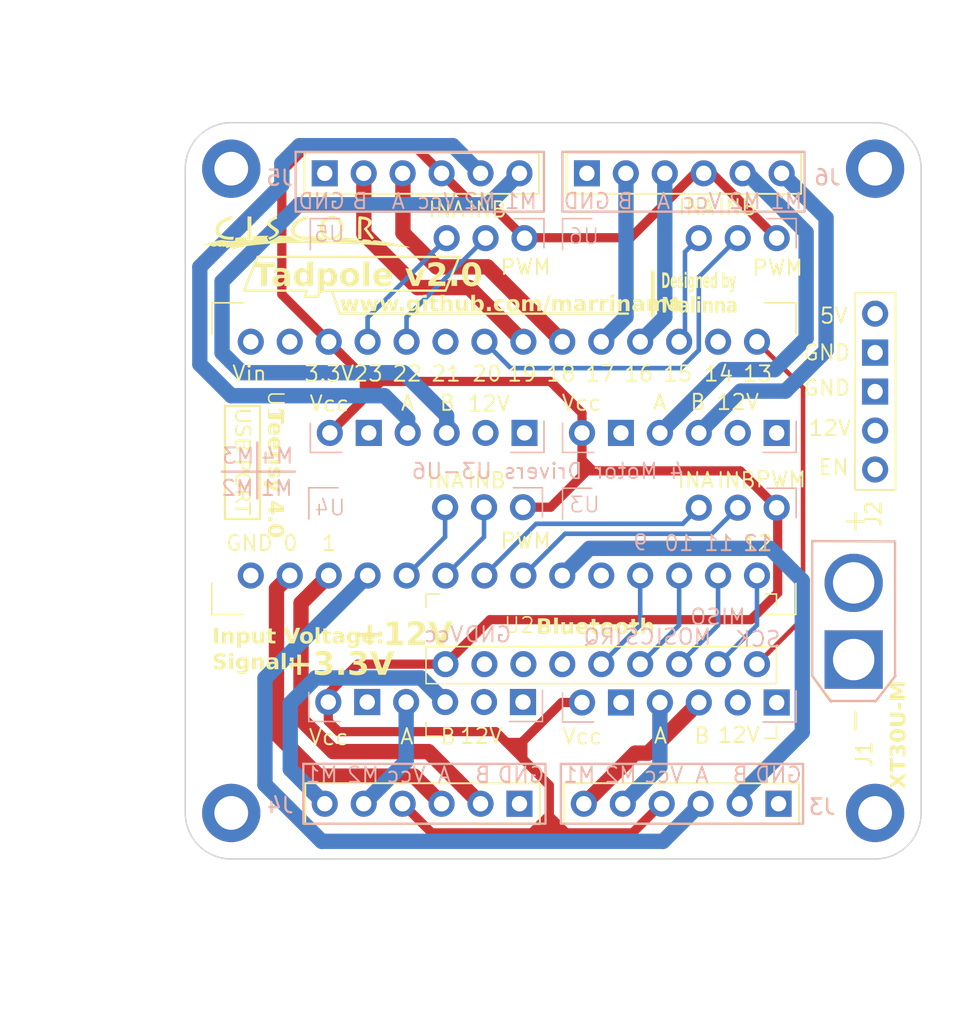
<source format=kicad_pcb>
(kicad_pcb (version 20221018) (generator pcbnew)
  (layers (0 "F.Cu" signal) (1 "In1.Cu" power "PWR") (2 "In2.Cu" power "GND") (31 "B.Cu" signal) (34 "B.Paste" user) (35 "F.Paste" user) (36 "B.SilkS" user "B.Silkscreen") (37 "F.SilkS" user "F.Silkscreen") (38 "B.Mask" user) (39 "F.Mask" user) (44 "Edge.Cuts" user))
  (net 0 "")
  (net 1 "+5V")
  (net 2 "GND")
  (net 3 "/EN")
  (net 4 "+12V")
  (net 5 "Net-(U4-INA)")
  (net 6 "Net-(U4-INB)")
  (net 7 "Net-(U3-INA)")
  (net 8 "Net-(U3-INB)")
  (net 10 "Net-(U2-IRQ)")
  (net 11 "Net-(U2-CS)")
  (net 12 "Net-(U2-MOSI)")
  (net 13 "Net-(U2-MISO)")
  (net 14 "Net-(U2-SCK)")
  (net 17 "Net-(U6-INB)")
  (net 18 "Net-(U6-INA)")
  (net 19 "Net-(U5-INB)")
  (net 20 "Net-(U5-INA)")
  (net 24 "Net-(J5-Pin_5)")
  (net 25 "Net-(J5-Pin_4)")
  (net 26 "Net-(J5-Pin_2)")
  (net 27 "Net-(J5-Pin_1)")
  (net 28 "Net-(J3-Pin_1)")
  (net 29 "Net-(J3-Pin_2)")
  (net 30 "Net-(J3-Pin_4)")
  (net 31 "Net-(J3-Pin_5)")
  (net 32 "Net-(J4-Pin_1)")
  (net 33 "Net-(J4-Pin_2)")
  (net 34 "Net-(J4-Pin_4)")
  (net 35 "Net-(J4-Pin_5)")
  (net 36 "Net-(J6-Pin_5)")
  (net 37 "Net-(J6-Pin_4)")
  (net 38 "Net-(J6-Pin_2)")
  (net 39 "Net-(J6-Pin_1)")
  (net 40 "Net-(J3-Pin_3)")
  (footprint "MountingHole:MountingHole_2.2mm_M2_DIN965_Pad" (layer "F.Cu") (at 114 120)
    (fp_text reference "H3" hide)
    (fp_text value "MountingHole")
    (pad "1" thru_hole circle (at 0 0) (size 3.8 3.8) (drill 2.2) (layers "*.Cu" "*.Mask"))
  )
  (footprint "Library:PinHeader_1x06_P2.54mm_Vertical" (layer "F.Cu") (at 137 119.4 90)
    (fp_text reference "J3" (at -0.2 15.54) (layer "B.SilkS") (effects (justify mirror)))
    (fp_text value "Conn_01x06")
    (pad "1" thru_hole oval (at 0 0 90) (size 1.7 1.7) (drill 1) (layers "*.Cu" "*.Mask") (net 28 "Net-(J3-Pin_1)"))
    (pad "2" thru_hole oval (at 0 2.54 90) (size 1.7 1.7) (drill 1) (layers "*.Cu" "*.Mask") (net 29 "Net-(J3-Pin_2)"))
    (pad "3" thru_hole oval (at 0 5.08 90) (size 1.7 1.7) (drill 1) (layers "*.Cu" "*.Mask") (net 40 "Net-(J3-Pin_3)"))
    (pad "4" thru_hole oval (at 0 7.62 90) (size 1.7 1.7) (drill 1) (layers "*.Cu" "*.Mask") (net 30 "Net-(J3-Pin_4)"))
    (pad "5" thru_hole oval (at 0 10.16 90) (size 1.7 1.7) (drill 1) (layers "*.Cu" "*.Mask") (net 31 "Net-(J3-Pin_5)"))
    (pad "6" thru_hole rect (at 0 12.7 90) (size 1.7 1.7) (drill 1) (layers "*.Cu" "*.Mask") (net 2 "GND"))
  )
  (footprint "Library:Adafruit Bluefruit LE SPI Friend" (layer "F.Cu") (at 149.565 107.76 180)
    (fp_text reference "U2" (at 16.7756 0 unlocked) (layer "F.SilkS") (effects (font (thickness 0.1))))
    (fp_text value "Adafruit Bluefruit LE SPI Friend")
    (pad "1" thru_hole oval (at 1.27 -2.54 180) (size 1.7 1.7) (drill 1) (layers "*.Cu" "*.Mask") (net 14 "Net-(U2-SCK)"))
    (pad "2" thru_hole oval (at 3.81 -2.54 180) (size 1.7 1.7) (drill 1) (layers "*.Cu" "*.Mask") (net 13 "Net-(U2-MISO)"))
    (pad "3" thru_hole oval (at 6.35 -2.54 180) (size 1.7 1.7) (drill 1) (layers "*.Cu" "*.Mask") (net 12 "Net-(U2-MOSI)"))
    (pad "4" thru_hole oval (at 8.89 -2.54 180) (size 1.7 1.7) (drill 1) (layers "*.Cu" "*.Mask") (net 11 "Net-(U2-CS)"))
    (pad "5" thru_hole oval (at 11.43 -2.54 180) (size 1.7 1.7) (drill 1) (layers "*.Cu" "*.Mask") (net 10 "Net-(U2-IRQ)"))
    (pad "6" thru_hole oval (at 13.97 -2.54 180) (size 1.7 1.7) (drill 1) (layers "*.Cu" "*.Mask"))
    (pad "7" thru_hole oval (at 16.51 -2.54 180) (size 1.7 1.7) (drill 1) (layers "*.Cu" "*.Mask"))
    (pad "8" thru_hole oval (at 19.05 -2.54 180) (size 1.7 1.7) (drill 1) (layers "*.Cu" "*.Mask") (net 2 "GND"))
    (pad "9" thru_hole oval (at 21.59 -2.54 180) (size 1.7 1.7) (drill 1) (layers "*.Cu" "*.Mask") (net 40 "Net-(J3-Pin_3)"))
  )
  (footprint "LOGO" (layer "F.Cu") (at 118.9 82.15)
    (fp_text reference "G***" hide)
    (fp_text value "LOGO" hide)
  )
  (footprint "Library:PinHeader_1x06_P2.54mm_Vertical" (layer "F.Cu") (at 120.1 119.4 90)
    (fp_text reference "J4" (at -0.1 -2.9) (layer "B.SilkS") (effects (justify mirror)))
    (fp_text value "Conn_01x06")
    (pad "1" thru_hole oval (at 0 0 90) (size 1.7 1.7) (drill 1) (layers "*.Cu" "*.Mask") (net 32 "Net-(J4-Pin_1)"))
    (pad "2" thru_hole oval (at 0 2.54 90) (size 1.7 1.7) (drill 1) (layers "*.Cu" "*.Mask") (net 33 "Net-(J4-Pin_2)"))
    (pad "3" thru_hole oval (at 0 5.08 90) (size 1.7 1.7) (drill 1) (layers "*.Cu" "*.Mask") (net 40 "Net-(J3-Pin_3)"))
    (pad "4" thru_hole oval (at 0 7.62 90) (size 1.7 1.7) (drill 1) (layers "*.Cu" "*.Mask") (net 34 "Net-(J4-Pin_4)"))
    (pad "5" thru_hole oval (at 0 10.16 90) (size 1.7 1.7) (drill 1) (layers "*.Cu" "*.Mask") (net 35 "Net-(J4-Pin_5)"))
    (pad "6" thru_hole rect (at 0 12.7 90) (size 1.7 1.7) (drill 1) (layers "*.Cu" "*.Mask") (net 2 "GND"))
  )
  (footprint "Library:PinHeader_1x06_P2.54mm_Vertical" (layer "F.Cu") (at 132.8 78.3 -90)
    (fp_text reference "J5" (at 0.3 15.65) (layer "B.SilkS") (effects (justify mirror)))
    (fp_text value "Conn_01x06")
    (pad "1" thru_hole oval (at 0 0 270) (size 1.7 1.7) (drill 1) (layers "*.Cu" "*.Mask") (net 27 "Net-(J5-Pin_1)"))
    (pad "2" thru_hole oval (at 0 2.54 270) (size 1.7 1.7) (drill 1) (layers "*.Cu" "*.Mask") (net 26 "Net-(J5-Pin_2)"))
    (pad "3" thru_hole oval (at 0 5.08 270) (size 1.7 1.7) (drill 1) (layers "*.Cu" "*.Mask") (net 40 "Net-(J3-Pin_3)"))
    (pad "4" thru_hole oval (at 0 7.62 270) (size 1.7 1.7) (drill 1) (layers "*.Cu" "*.Mask") (net 25 "Net-(J5-Pin_4)"))
    (pad "5" thru_hole oval (at 0 10.16 270) (size 1.7 1.7) (drill 1) (layers "*.Cu" "*.Mask") (net 24 "Net-(J5-Pin_5)"))
    (pad "6" thru_hole rect (at 0 12.7 270) (size 1.7 1.7) (drill 1) (layers "*.Cu" "*.Mask") (net 2 "GND"))
  )
  (footprint "MountingHole:MountingHole_2.2mm_M2_DIN965_Pad" (layer "F.Cu") (at 156 78)
    (fp_text reference "H2" hide)
    (fp_text value "MountingHole")
    (pad "1" thru_hole circle (at 0 0) (size 3.8 3.8) (drill 2.2) (layers "*.Cu" "*.Mask"))
  )
  (footprint "MountingHole:MountingHole_2.2mm_M2_DIN965_Pad" (layer "F.Cu") (at 156 120)
    (fp_text reference "H4" hide)
    (fp_text value "MountingHole")
    (pad "1" thru_hole circle (at 0 0) (size 3.8 3.8) (drill 2.2) (layers "*.Cu" "*.Mask"))
  )
  (footprint "Library:PinHeader_1x06_P2.54mm_Vertical" (layer "F.Cu") (at 149.9 78.3 -90)
    (fp_text reference "J6" (at 0.27 -2.99) (layer "B.SilkS") (effects (justify mirror)))
    (fp_text value "Conn_01x06")
    (pad "1" thru_hole oval (at 0 0 270) (size 1.7 1.7) (drill 1) (layers "*.Cu" "*.Mask") (net 39 "Net-(J6-Pin_1)"))
    (pad "2" thru_hole oval (at 0 2.54 270) (size 1.7 1.7) (drill 1) (layers "*.Cu" "*.Mask") (net 38 "Net-(J6-Pin_2)"))
    (pad "3" thru_hole oval (at 0 5.08 270) (size 1.7 1.7) (drill 1) (layers "*.Cu" "*.Mask") (net 40 "Net-(J3-Pin_3)"))
    (pad "4" thru_hole oval (at 0 7.62 270) (size 1.7 1.7) (drill 1) (layers "*.Cu" "*.Mask") (net 37 "Net-(J6-Pin_4)"))
    (pad "5" thru_hole oval (at 0 10.16 270) (size 1.7 1.7) (drill 1) (layers "*.Cu" "*.Mask") (net 36 "Net-(J6-Pin_5)"))
    (pad "6" thru_hole rect (at 0 12.7 270) (size 1.7 1.7) (drill 1) (layers "*.Cu" "*.Mask") (net 2 "GND"))
  )
  (footprint "Library:PinHeader_1x05_P2.54mm_Vertical" (layer "F.Cu") (at 156 97.61 180)
    (fp_text reference "J2" (at 0.1 -2.89 90) (layer "F.SilkS"))
    (fp_text value "Conn_01x05_Pin" hide)
    (pad "1" thru_hole oval (at 0 0 180) (size 1.7 1.7) (drill 1) (layers "*.Cu" "*.Mask") (net 3 "/EN"))
    (pad "2" thru_hole oval (at 0 2.54 180) (size 1.7 1.7) (drill 1) (layers "*.Cu" "*.Mask") (net 4 "+12V"))
    (pad "3" thru_hole rect (at 0 5.08 180) (size 1.7 1.7) (drill 1) (layers "*.Cu" "*.Mask") (net 2 "GND"))
    (pad "4" thru_hole rect (at 0 7.62 180) (size 1.7 1.7) (drill 1) (layers "*.Cu" "*.Mask") (net 2 "GND"))
    (pad "5" thru_hole oval (at 0 10.16 180) (size 1.7 1.7) (drill 1) (layers "*.Cu" "*.Mask") (net 1 "+5V"))
  )
  (footprint "Library:teensy" (layer "F.Cu") (at 112.7352 107.061)
    (fp_text reference "U1" (at 4.1648 -13.611 -90 unlocked) (layer "F.SilkS") (effects (font (thickness 0.1))))
    (fp_text value "Teensy 3.2")
    (pad "0" thru_hole circle (at 5.08 -2.54) (size 1.7 1.7) (drill 1) (layers "*.Cu" "*.Mask") (net 34 "Net-(J4-Pin_4)"))
    (pad "1" thru_hole circle (at 7.62 -2.54) (size 1.7 1.7) (drill 1) (layers "*.Cu" "*.Mask") (net 35 "Net-(J4-Pin_5)"))
    (pad "2" thru_hole circle (at 10.16 -2.54) (size 1.7 1.7) (drill 1) (layers "*.Cu" "*.Mask") (net 30 "Net-(J3-Pin_4)"))
    (pad "3" thru_hole circle (at 12.7 -2.54) (size 1.7 1.7) (drill 1) (layers "*.Cu" "*.Mask") (net 5 "Net-(U4-INA)"))
    (pad "3.3V" thru_hole circle (at 7.62 -17.78) (size 1.7 1.7) (drill 1) (layers "*.Cu" "*.Mask") (net 40 "Net-(J3-Pin_3)"))
    (pad "4" thru_hole circle (at 15.24 -2.54) (size 1.7 1.7) (drill 1) (layers "*.Cu" "*.Mask") (net 6 "Net-(U4-INB)"))
    (pad "5" thru_hole circle (at 17.78 -2.54) (size 1.7 1.7) (drill 1) (layers "*.Cu" "*.Mask") (net 7 "Net-(U3-INA)"))
    (pad "6" thru_hole circle (at 20.32 -2.54) (size 1.7 1.7) (drill 1) (layers "*.Cu" "*.Mask") (net 8 "Net-(U3-INB)"))
    (pad "7" thru_hole circle (at 22.86 -2.54) (size 1.7 1.7) (drill 1) (layers "*.Cu" "*.Mask") (net 31 "Net-(J3-Pin_5)"))
    (pad "8" thru_hole circle (at 25.4 -2.54) (size 1.7 1.7) (drill 1) (layers "*.Cu" "*.Mask"))
    (pad "9" thru_hole circle (at 27.94 -2.54) (size 1.7 1.7) (drill 1) (layers "*.Cu" "*.Mask") (net 10 "Net-(U2-IRQ)"))
    (pad "10" thru_hole circle (at 30.48 -2.54) (size 1.7 1.7) (drill 1) (layers "*.Cu" "*.Mask") (net 11 "Net-(U2-CS)"))
    (pad "11" thru_hole circle (at 33.02 -2.54) (size 1.7 1.7) (drill 1) (layers "*.Cu" "*.Mask") (net 12 "Net-(U2-MOSI)"))
    (pad "12" thru_hole circle (at 35.56 -2.54) (size 1.7 1.7) (drill 1) (layers "*.Cu" "*.Mask") (net 13 "Net-(U2-MISO)"))
    (pad "13" thru_hole circle (at 35.56 -17.78) (size 1.7 1.7) (drill 1) (layers "*.Cu" "*.Mask") (net 14 "Net-(U2-SCK)"))
    (pad "14" thru_hole circle (at 33.02 -17.78) (size 1.7 1.7) (drill 1) (layers "*.Cu" "*.Mask"))
    (pad "15" thru_hole circle (at 30.48 -17.78) (size 1.7 1.7) (drill 1) (layers "*.Cu" "*.Mask") (net 18 "Net-(U6-INA)"))
    (pad "16" thru_hole circle (at 27.94 -17.78) (size 1.7 1.7) (drill 1) (layers "*.Cu" "*.Mask") (net 37 "Net-(J6-Pin_4)"))
    (pad "17" thru_hole circle (at 25.4 -17.78) (size 1.7 1.7) (drill 1) (layers "*.Cu" "*.Mask") (net 36 "Net-(J6-Pin_5)"))
    (pad "18" thru_hole circle (at 22.86 -17.78) (size 1.7 1.7) (drill 1) (layers "*.Cu" "*.Mask") (net 25 "Net-(J5-Pin_4)"))
    (pad "19" thru_hole circle (at 20.32 -17.78) (size 1.7 1.7) (drill 1) (layers "*.Cu" "*.Mask") (net 24 "Net-(J5-Pin_5)"))
    (pad "20" thru_hole circle (at 17.78 -17.78) (size 1.7 1.7) (drill 1) (layers "*.Cu" "*.Mask") (net 17 "Net-(U6-INB)"))
    (pad "21" thru_hole circle (at 15.24 -17.78) (size 1.7 1.7) (drill 1) (layers "*.Cu" "*.Mask"))
    (pad "22" thru_hole circle (at 12.7 -17.78) (size 1.7 1.7) (drill 1) (layers "*.Cu" "*.Mask") (net 19 "Net-(U5-INB)"))
    (pad "23" thru_hole circle (at 10.16 -17.78) (size 1.7 1.7) (drill 1) (layers "*.Cu" "*.Mask") (net 20 "Net-(U5-INA)"))
    (pad "AGND" thru_hole circle (at 5.08 -17.78) (size 1.7 1.7) (drill 1) (layers "*.Cu" "*.Mask"))
    (pad "GND" thru_hole circle (at 2.54 -2.54) (size 1.7 1.7) (drill 1) (layers "*.Cu" "*.Mask") (net 2 "GND"))
    (pad "Vin" thru_hole circle (at 2.54 -17.78) (size 1.7 1.7) (drill 1) (layers "*.Cu" "*.Mask") (net 1 "+5V"))
  )
  (footprint "MountingHole:MountingHole_2.2mm_M2_DIN965_Pad" (layer "F.Cu") (at 114 78)
    (fp_text reference "H1" hide)
    (fp_text value "MountingHole")
    (pad "1" thru_hole circle (at 0 0) (size 3.8 3.8) (drill 2.2) (layers "*.Cu" "*.Mask"))
  )
  (footprint "Connector_AMASS:AMASS_XT30U-M_1x02_P5.0mm_Vertical" (layer "F.Cu") (at 154.6 110 90)
    (fp_text reference "J1" (at -6.15 0.7 270) (layer "F.SilkS"))
    (fp_text value "Screw_Terminal_01x02")
    (fp_text user "-" (at -4 0 90) (layer "F.SilkS") (effects (font (size 1.5 1.5))))
    (fp_text user "+" (at 9 0 90) (layer "F.SilkS") (effects (font (size 1.5 1.5))))
    (pad "1" thru_hole rect (at 0 0 90) (size 3.8 3.8) (drill 2.7) (layers "*.Cu" "*.Mask") (net 2 "GND"))
    (pad "2" thru_hole circle (at 5 0 90) (size 3.8 3.8) (drill 2.7) (layers "*.Cu" "*.Mask") (net 4 "+12V"))
  )
  (footprint "Library:BD65496MUV" (layer "B.Cu") (at 134.3 98.8 -90)
    (fp_text reference "U4" (at 1.3 13.85 unlocked) (layer "B.SilkS") (effects (font (thickness 0.1)) (justify mirror)))
    (fp_text value "BD65496MUV" hide)
    (pad "4" thru_hole circle (at 1.27 6.35 270) (size 1.7 1.7) (drill 1) (layers "*.Cu" "*.Mask") (net 5 "Net-(U4-INA)"))
    (pad "5" thru_hole circle (at 1.27 3.81 270) (size 1.7 1.7) (drill 1) (layers "*.Cu" "*.Mask") (net 6 "Net-(U4-INB)"))
    (pad "6" thru_hole circle (at 1.27 1.27 270) (size 1.7 1.7) (drill 1) (layers "*.Cu" "*.Mask") (net 40 "Net-(J3-Pin_3)"))
    (pad "7" thru_hole circle (at 13.97 13.97 270) (size 1.7 1.7) (drill 1) (layers "*.Cu" "*.Mask") (net 40 "Net-(J3-Pin_3)"))
    (pad "8" thru_hole rect (at 13.97 11.43 270) (size 1.7 1.7) (drill 1) (layers "*.Cu" "*.Mask") (net 2 "GND"))
    (pad "9" thru_hole circle (at 13.97 8.89 270) (size 1.7 1.7) (drill 1) (layers "*.Cu" "*.Mask") (net 33 "Net-(J4-Pin_2)"))
    (pad "10" thru_hole circle (at 13.97 6.35 270) (size 1.7 1.7) (drill 1) (layers "*.Cu" "*.Mask") (net 32 "Net-(J4-Pin_1)"))
    (pad "11" thru_hole circle (at 13.97 3.81 270) (size 1.7 1.7) (drill 1) (layers "*.Cu" "*.Mask") (net 4 "+12V"))
    (pad "12" thru_hole rect (at 13.97 1.27 270) (size 1.7 1.7) (drill 1) (layers "*.Cu" "*.Mask") (net 2 "GND"))
  )
  (footprint "Library:BD65496MUV" (layer "B.Cu") (at 134.4 81.2546 -90)
    (fp_text reference "U5" (at 0.9954 14 unlocked) (layer "B.SilkS") (effects (font (thickness 0.1)) (justify mirror)))
    (fp_text value "BD65496MUV" hide)
    (pad "4" thru_hole circle (at 1.27 6.35 270) (size 1.7 1.7) (drill 1) (layers "*.Cu" "*.Mask") (net 20 "Net-(U5-INA)"))
    (pad "5" thru_hole circle (at 1.27 3.81 270) (size 1.7 1.7) (drill 1) (layers "*.Cu" "*.Mask") (net 19 "Net-(U5-INB)"))
    (pad "6" thru_hole circle (at 1.27 1.27 270) (size 1.7 1.7) (drill 1) (layers "*.Cu" "*.Mask") (net 40 "Net-(J3-Pin_3)"))
    (pad "7" thru_hole circle (at 13.97 13.97 270) (size 1.7 1.7) (drill 1) (layers "*.Cu" "*.Mask") (net 40 "Net-(J3-Pin_3)"))
    (pad "8" thru_hole rect (at 13.97 11.43 270) (size 1.7 1.7) (drill 1) (layers "*.Cu" "*.Mask") (net 2 "GND"))
    (pad "9" thru_hole circle (at 13.97 8.89 270) (size 1.7 1.7) (drill 1) (layers "*.Cu" "*.Mask") (net 26 "Net-(J5-Pin_2)"))
    (pad "10" thru_hole circle (at 13.97 6.35 270) (size 1.7 1.7) (drill 1) (layers "*.Cu" "*.Mask") (net 27 "Net-(J5-Pin_1)"))
    (pad "11" thru_hole circle (at 13.97 3.81 270) (size 1.7 1.7) (drill 1) (layers "*.Cu" "*.Mask") (net 4 "+12V"))
    (pad "12" thru_hole rect (at 13.97 1.27 270) (size 1.7 1.7) (drill 1) (layers "*.Cu" "*.Mask") (net 2 "GND"))
  )
  (footprint "Library:BD65496MUV" (layer "B.Cu") (at 150.85 98.83 -90)
    (fp_text reference "U3" (at 1.07 13.8 unlocked) (layer "B.SilkS") (effects (font (thickness 0.1)) (justify mirror)))
    (fp_text value "BD65496MUV" hide)
    (pad "4" thru_hole circle (at 1.27 6.35 270) (size 1.7 1.7) (drill 1) (layers "*.Cu" "*.Mask") (net 7 "Net-(U3-INA)"))
    (pad "5" thru_hole circle (at 1.27 3.81 270) (size 1.7 1.7) (drill 1) (layers "*.Cu" "*.Mask") (net 8 "Net-(U3-INB)"))
    (pad "6" thru_hole circle (at 1.27 1.27 270) (size 1.7 1.7) (drill 1) (layers "*.Cu" "*.Mask") (net 40 "Net-(J3-Pin_3)"))
    (pad "7" thru_hole circle (at 13.97 13.97 270) (size 1.7 1.7) (drill 1) (layers "*.Cu" "*.Mask") (net 40 "Net-(J3-Pin_3)"))
    (pad "8" thru_hole rect (at 13.97 11.43 270) (size 1.7 1.7) (drill 1) (layers "*.Cu" "*.Mask") (net 2 "GND"))
    (pad "9" thru_hole circle (at 13.97 8.89 270) (size 1.7 1.7) (drill 1) (layers "*.Cu" "*.Mask") (net 29 "Net-(J3-Pin_2)"))
    (pad "10" thru_hole circle (at 13.97 6.35 270) (size 1.7 1.7) (drill 1) (layers "*.Cu" "*.Mask") (net 28 "Net-(J3-Pin_1)"))
    (pad "11" thru_hole circle (at 13.97 3.81 270) (size 1.7 1.7) (drill 1) (layers "*.Cu" "*.Mask") (net 4 "+12V"))
    (pad "12" thru_hole rect (at 13.97 1.27 270) (size 1.7 1.7) (drill 1) (layers "*.Cu" "*.Mask") (net 2 "GND"))
  )
  (footprint "Library:BD65496MUV" (layer "B.Cu") (at 150.85 81.2546 -90)
    (fp_text reference "U6" (at 1.1454 13.85 unlocked) (layer "B.SilkS") (effects (font (thickness 0.1)) (justify mirror)))
    (fp_text value "BD65496MUV" hide)
    (pad "4" thru_hole circle (at 1.27 6.35 270) (size 1.7 1.7) (drill 1) (layers "*.Cu" "*.Mask") (net 18 "Net-(U6-INA)"))
    (pad "5" thru_hole circle (at 1.27 3.81 270) (size 1.7 1.7) (drill 1) (layers "*.Cu" "*.Mask") (net 17 "Net-(U6-INB)"))
    (pad "6" thru_hole circle (at 1.27 1.27 270) (size 1.7 1.7) (drill 1) (layers "*.Cu" "*.Mask") (net 40 "Net-(J3-Pin_3)"))
    (pad "7" thru_hole circle (at 13.97 13.97 270) (size 1.7 1.7) (drill 1) (layers "*.Cu" "*.Mask") (net 40 "Net-(J3-Pin_3)"))
    (pad "8" thru_hole rect (at 13.97 11.43 270) (size 1.7 1.7) (drill 1) (layers "*.Cu" "*.Mask") (net 2 "GND"))
    (pad "9" thru_hole circle (at 13.97 8.89 270) (size 1.7 1.7) (drill 1) (layers "*.Cu" "*.Mask") (net 38 "Net-(J6-Pin_2)"))
    (pad "10" thru_hole circle (at 13.97 6.35 270) (size 1.7 1.7) (drill 1) (layers "*.Cu" "*.Mask") (net 39 "Net-(J6-Pin_1)"))
    (pad "11" thru_hole circle (at 13.97 3.81 270) (size 1.7 1.7) (drill 1) (layers "*.Cu" "*.Mask") (net 4 "+12V"))
    (pad "12" thru_hole rect (at 13.97 1.27 270) (size 1.7 1.7) (drill 1) (layers "*.Cu" "*.Mask") (net 2 "GND"))
  )
  (gr_line (start 156.0125 112.75) (end 157.3375 111.05) (stroke (width 0.15)) (layer "B.SilkS"))
  (gr_line (start 151.8875 111.05) (end 153.1125 112.75) (stroke (width 0.15)) (layer "B.SilkS"))
  (gr_line (start 157.3 102.3) (end 151.9 102.275) (stroke (width 0.15)) (layer "B.SilkS"))
  (gr_line (start 157.3 111) (end 157.3 102.3) (stroke (width 0.15)) (layer "B.SilkS"))
  (gr_line (start 153.125 112.7) (end 155.975 112.7) (stroke (width 0.15)) (layer "B.SilkS"))
  (gr_rect (start 135.6 76.9) (end 151.4 80.8) (stroke (width 0.15)) (fill none) (layer "B.SilkS"))
  (gr_rect (start 118.7 116.8) (end 134.5 120.7) (stroke (width 0.15)) (fill none) (layer "B.SilkS"))
  (gr_rect (start 118.2 76.9) (end 134.4 80.8) (stroke (width 0.15)) (fill none) (layer "B.SilkS"))
  (gr_line (start 115.7 95.85) (end 115.7 99.5) (stroke (width 0.15)) (layer "B.SilkS"))
  (gr_line (start 151.9 102.275) (end 151.9 111) (stroke (width 0.15)) (layer "B.SilkS"))
  (gr_line (start 113.4 97.75) (end 118.15 97.75) (stroke (width 0.15)) (layer "B.SilkS"))
  (gr_rect (start 135.5 116.8) (end 151.3 120.7) (stroke (width 0.15)) (fill none) (layer "B.SilkS"))
  (gr_line (start 141.45 84.7) (end 141.45 87.6) (stroke (width 0.15)) (layer "F.SilkS"))
  (gr_line (start 121.075 87.45) (end 139.875 87.45) (stroke (width 0.15)) (layer "F.SilkS"))
  (gr_line (start 118.8 86.35) (end 119.65 86.35) (stroke (width 0.15)) (layer "F.SilkS"))
  (gr_line (start 141.55 84.7) (end 141.45 84.7) (stroke (width 0.15)) (layer "F.SilkS"))
  (gr_line (start 141.45 87.6) (end 141.55 87.6) (stroke (width 0.15)) (layer "F.SilkS"))
  (gr_line (start 121.075 87.45) (end 120.575 85.95) (stroke (width 0.15)) (layer "F.SilkS"))
  (gr_line (start 115.725 83.75) (end 114.825 85.95) (stroke (width 0.15)) (layer "F.SilkS"))
  (gr_line (start 128.875 83.75) (end 127.975 85.95) (stroke (width 0.15)) (layer "F.SilkS"))
  (gr_line (start 118.925 85.95) (end 114.825 85.95) (stroke (width 0.15)) (layer "F.SilkS"))
  (gr_line (start 119.65 86.35) (end 119.825 85.95) (stroke (width 0.15)) (layer "F.SilkS"))
  (gr_rect (start 113.592 93.468) (end 115.878 100.832) (stroke (width 0.15)) (fill none) (layer "F.SilkS"))
  (gr_line (start 127.975 85.95) (end 119.825 85.95) (stroke (width 0.15)) (layer "F.SilkS"))
  (gr_line (start 115.725 83.75) (end 128.875 83.75) (stroke (width 0.15)) (layer "F.SilkS"))
  (gr_line (start 141.55 84.7) (end 141.55 87.6) (stroke (width 0.15)) (layer "F.SilkS"))
  (gr_line (start 118.925 85.95) (end 118.8 86.35) (stroke (width 0.15)) (layer "F.SilkS"))
  (gr_line (start 114 75) (end 156 75) (stroke (width 0.1)) (layer "Edge.Cuts"))
  (gr_line (start 111 120) (end 111 78) (stroke (width 0.1)) (layer "Edge.Cuts"))
  (gr_arc (start 159 120) (mid 158.12132 122.12132) (end 156 123) (stroke (width 0.1)) (layer "Edge.Cuts"))
  (gr_arc (start 156 75) (mid 158.12132 75.87868) (end 159 78) (stroke (width 0.1)) (layer "Edge.Cuts"))
  (gr_line (start 159 78) (end 159 120) (stroke (width 0.1)) (layer "Edge.Cuts"))
  (gr_line (start 156 123) (end 114 123) (stroke (width 0.1)) (layer "Edge.Cuts"))
  (gr_arc (start 114 123) (mid 111.87868 122.12132) (end 111 120) (stroke (width 0.1)) (layer "Edge.Cuts"))
  (gr_arc (start 111 78) (mid 111.87868 75.87868) (end 114 75) (stroke (width 0.1)) (layer "Edge.Cuts"))
  (gr_text "M2" (at 114.4 99.4) (layer "B.SilkS") (effects (font (size 1 1) (thickness 0.125)) (justify bottom mirror)))
  (gr_text "GND" (at 137.2 80.7) (layer "B.SilkS") (effects (font (size 1 1) (thickness 0.125)) (justify bottom mirror)))
  (gr_text "IRQ" (at 138.25 109.1) (layer "B.SilkS") (effects (font (size 1 1) (thickness 0.125)) (justify bottom mirror)))
  (gr_text "M2" (at 122.596133 118.1) (layer "B.SilkS") (effects (font (size 1 1) (thickness 0.125)) (justify bottom mirror)))
  (gr_text "Vcc" (at 127.85 108.95) (layer "B.SilkS") (effects (font (size 1 1) (thickness 0.125)) (justify bottom mirror)))
  (gr_text "M4" (at 117 97.3) (layer "B.SilkS") (effects (font (size 1 1) (thickness 0.125)) (justify bottom mirror)))
  (gr_text "MOSI" (at 143.5 109.1) (layer "B.SilkS") (effects (font (size 1 1) (thickness 0.125)) (justify bottom mirror)))
  (gr_text "M1" (at 116.95 99.4) (layer "B.SilkS") (effects (font (size 1 1) (thickness 0.125)) (justify bottom mirror)))
  (gr_text "M2" (at 139.396133 118.1) (layer "B.SilkS") (effects (font (size 1 1) (thickness 0.125)) (justify bottom mirror)))
  (gr_text "M1" (at 119.9 118.1) (layer "B.SilkS") (effects (font (size 1 1) (thickness 0.125)) (justify bottom mirror)))
  (gr_text "Vcc" (at 142.2 118.1) (layer "B.SilkS") (effects (font (size 1 1) (thickness 0.125)) (justify bottom mirror)))
  (gr_text "A" (at 142.2 80.7) (layer "B.SilkS") (effects (font (size 1 1) (thickness 0.125)) (justify bottom mirror)))
  (gr_text "4 Motor Drivers U3-U6" (at 134.65 98.3) (layer "B.SilkS") (effects (font (size 1 1) (thickness 0.125)) (justify bottom mirror)))
  (gr_text "9" (at 140.7 102.95) (layer "B.SilkS") (effects (font (size 1 1) (thickness 0.125)) (justify bottom mirror)))
  (gr_text "11" (at 145.8 102.997) (layer "B.SilkS") (effects (font (size 1 1) (thickness 0.125)) (justify bottom mirror)))
  (gr_text "M2" (at 130.2 80.7) (layer "B.SilkS") (effects (font (size 1 1) (thickness 0.125)) (justify bottom mirror)))
  (gr_text "MISO" (at 145.75 107.8) (layer "B.SilkS") (effects (font (size 1 1) (thickness 0.125)) (justify bottom mirror)))
  (gr_text "Vcc" (at 127.396133 80.7) (layer "B.SilkS") (effects (font (size 1 1) (thickness 0.125)) (justify bottom mirror)))
  (gr_text "B" (at 139.7 80.7) (layer "B.SilkS") (effects (font (size 1 1) (thickness 0.125)) (justify bottom mirror)))
  (gr_text "Vcc" (at 125.4 118.1) (layer "B.SilkS") (effects (font (size 1 1) (thickness 0.125)) (justify bottom mirror)))
  (gr_text "SCK" (at 148.35 109.25) (layer "B.SilkS") (effects (font (size 1 1) (thickness 0.125)) (justify bottom mirror)))
  (gr_text "B" (at 147.2 118.1) (layer "B.SilkS") (effects (font (size 1 1) (thickness 0.125)) (justify bottom mirror)))
  (gr_text "M1" (at 132.896133 80.7) (layer "B.SilkS") (effects (font (size 1 1) (thickness 0.125)) (justify bottom mirror)))
  (gr_text "GND" (at 132.9 118.1) (layer "B.SilkS") (effects (font (size 1 1) (thickness 0.125)) (justify bottom mirror)))
  (gr_text "A" (at 127.9 118.1) (layer "B.SilkS") (effects (font (size 1 1) (thickness 0.125)) (justify bottom mirror)))
  (gr_text "12" (at 148.35 102.997) (layer "B.SilkS") (effects (font (size 1 1) (thickness 0.125)) (justify bottom mirror)))
  (gr_text "M3" (at 114.45 97.3) (layer "B.SilkS") (effects (font (size 1 1) (thickness 0.125)) (justify bottom mirror)))
  (gr_text "GND" (at 149.7 118.1) (layer "B.SilkS") (effects (font (size 1 1) (thickness 0.125)) (justify bottom mirror)))
  (gr_text "CS" (at 140.65 109.1) (layer "B.SilkS") (effects (font (size 1 1) (thickness 0.125)) (justify bottom mirror)))
  (gr_text "A" (at 124.896133 80.7) (layer "B.SilkS") (effects (font (size 1 1) (thickness 0.125)) (justify bottom mirror)))
  (gr_text "GND" (at 119.896133 80.7) (layer "B.SilkS") (effects (font (size 1 1) (thickness 0.125)) (justify bottom mirror)))
  (gr_text "M2" (at 147.503867 80.7) (layer "B.SilkS") (effects (font (size 1 1) (thickness 0.125)) (justify bottom mirror)))
  (gr_text "B" (at 122.396133 80.7) (layer "B.SilkS") (effects (font (size 1 1) (thickness 0.125)) (justify bottom mirror)))
  (gr_text "Vcc" (at 144.7 80.7) (layer "B.SilkS") (effects (font (size 1 1) (thickness 0.125)) (justify bottom mirror)))
  (gr_text "GND" (at 130.75 108.95) (layer "B.SilkS") (effects (font (size 1 1) (thickness 0.125)) (justify bottom mirror)))
  (gr_text "A" (at 144.7 118.1) (layer "B.SilkS") (effects (font (size 1 1) (thickness 0.125)) (justify bottom mirror)))
  (gr_text "B" (at 130.4 118.1) (layer "B.SilkS") (effects (font (size 1 1) (thickness 0.125)) (justify bottom mirror)))
  (gr_text "M1" (at 136.7 118.1) (layer "B.SilkS") (effects (font (size 1 1) (thickness 0.125)) (justify bottom mirror)))
  (gr_text "10" (at 143.2 102.997) (layer "B.SilkS") (effects (font (size 1 1) (thickness 0.125)) (justify bottom mirror)))
  (gr_text "M1" (at 150.2 80.7) (layer "B.SilkS") (effects (font (size 1 1) (thickness 0.125)) (justify bottom mirror)))
  (gr_text "22" (at 125.476 91.948) (layer "F.SilkS") (effects (font (size 1 1) (thickness 0.125)) (justify bottom)))
  (gr_text "PWM" (at 149.65 85.05) (layer "F.SilkS") (effects (font (size 1 1) (thickness 0.125)) (justify bottom)))
  (gr_text "12V" (at 130.302 115.57) (layer "F.SilkS") (effects (font (size 1 1) (thickness 0.125)) (justify bottom)))
  (gr_text "1" (at 120.396 102.997) (layer "F.SilkS") (effects (font (size 1 1) (thickness 0.125)) (justify bottom)))
  (gr_text "www.github.com/marrinama" (at 121.075 87.45) (layer "F.SilkS") (effects (font (size 1 1) (thickness 0.2) bold italic) (justify left bottom)))
  (gr_text "INA" (at 128.05 81.25) (layer "F.SilkS") (effects (font (size 1 1) (thickness 0.125)) (justify bottom)))
  (gr_text "Vcc" (at 120.35 115.65) (layer "F.SilkS") (effects (font (size 1 1) (thickness 0.125)) (justify bottom)))
  (gr_text "INA" (at 144.35 81.1) (layer "F.SilkS") (effects (font (size 1 1) (thickness 0.125)) (justify bottom)))
  (gr_text "16" (at 140.589 91.948) (layer "F.SilkS") (effects (font (size 1 1) (thickness 0.125)) (justify bottom)))
  (gr_text "INA" (at 128 98.9) (layer "F.SilkS") (effects (font (size 1 1) (thickness 0.125)) (justify bottom)))
  (gr_text "0" (at 117.856 102.997) (layer "F.SilkS") (effects (font (size 1 1) (thickness 0.125)) (justify bottom)))
  (gr_text "INA" (at 144.3 98.9) (layer "F.SilkS") (effects (font (size 1 1) (thickness 0.125)) (justify bottom)))
  (gr_text "Teensy 4.0" (at 116.25 97.9 -90) (layer "F.SilkS") (effects (font (size 1 1) (thickness 0.2) bold) (justify bottom)))
  (gr_text "12" (at 148.336 102.997) (layer "F.SilkS") (effects (font (size 1 1) (thickness 0.125)) (justify bottom)))
  (gr_text "A" (at 125.45 115.6) (layer "F.SilkS") (effects (font (size 1 1) (thickness 0.125)) (justify bottom)))
  (gr_text "INB" (at 130.7 81.25) (layer "F.SilkS") (effects (font (size 1 1) (thickness 0.125)) (justify bottom)))
  (gr_text "+12V" (at 122.15 109.3) (layer "F.SilkS") (effects (font (size 1.5 1.5) (thickness 0.3) bold italic) (justify left bottom)))
  (gr_text "12V" (at 147.1 115.5) (layer "F.SilkS") (effects (font (size 1 1) (thickness 0.125)) (justify bottom)))
  (gr_text "15" (at 143.129 91.948) (layer "F.SilkS") (effects (font (size 1 1) (thickness 0.125)) (justify bottom)))
  (gr_text "GND" (at 115.189 102.997) (layer "F.SilkS") (effects (font (size 1 1) (thickness 0.125)) (justify bottom)))
  (gr_text "INB" (at 130.65 98.9) (layer "F.SilkS") (effects (font (size 1 1) (thickness 0.125)) (justify bottom)))
  (gr_text "B" (at 144.7 115.55) (layer "F.SilkS") (effects (font (size 1 1) (thickness 0.125)) (justify bottom)))
  (gr_text "INB" (at 147 81.1) (layer "F.SilkS") (effects (font (size 1 1) (thickness 0.125)) (justify bottom)))
  (gr_text "13" (at 148.336 91.948) (layer "F.SilkS") (effects (font (size 1 1) (thickness 0.125)) (justify bottom)))
  (gr_text "A" (at 142 115.55) (layer "F.SilkS") (effects (font (size 1 1) (thickness 0.125)) (justify bottom)))
  (gr_text "Vcc" (at 136.85 93.85) (layer "F.SilkS") (effects (font (size 1 1) (thickness 0.125)) (justify bottom)))
  (gr_text "Bluetooth" (at 137.75 108.5) (layer "F.SilkS") (effects (font (size 1 1) (thickness 0.2) bold) (justify bottom)))
  (gr_text "Tadpole v2.0" (at 115.425 85.9) (layer "F.SilkS") (effects (font (size 1.5 1.5) (thickness 0.3) bold italic) (justify left bottom)))
  (gr_text "5V" (at 153.3 88.175) (layer "F.SilkS") (effects (font (size 1 1) (thickness 0.125)) (justify bottom)))
  (gr_text "B" (at 128.1 93.85) (layer "F.SilkS") (effects (font (size 1 1) (thickness 0.125)) (justify bottom)))
  (gr_text "12V" (at 147.05 93.8) (layer "F.SilkS") (effects (font (size 1 1) (thickness 0.125)) (justify bottom)))
  (gr_text "GND" (at 152.85 90.575) (layer "F.SilkS") (effects (font (size 1 1) (thickness 0.125)) (justify bottom)))
  (gr_text "A" (at 125.5 93.85) (layer "F.SilkS") (effects (font (size 1 1) (thickness 0.125)) (justify bottom)))
  (gr_text "3.3V" (at 120.396 91.948) (layer "F.SilkS") (effects (font (size 1 1) (thickness 0.125)) (justify bottom)))
  (gr_text "EN" (at 153.3 98.05) (layer "F.SilkS") (effects (font (size 1 1) (thickness 0.125)) (justify bottom)))
  (gr_text "Vcc" (at 136.9 115.6) (layer "F.SilkS") (effects (font (size 1 1) (thickness 0.125)) (justify bottom)))
  (gr_text "17" (at 138.049 91.948) (layer "F.SilkS") (effects (font (size 1 1) (thickness 0.125)) (justify bottom)))
  (gr_text "23" (at 122.936 91.948) (layer "F.SilkS") (effects (font (size 1 1) (thickness 0.125)) (justify bottom)))
  (gr_text "Vin" (at 115.189 91.948) (layer "F.SilkS") (effects (font (size 1 1) (thickness 0.125)) (justify bottom)))
  (gr_text "Designed by " (at 142.05 85.95) (layer "F.SilkS") (effects (font (size 1 0.5) (thickness 0.025) bold) (justify left bottom)))
  (gr_text "20" (at 130.683 91.948) (layer "F.SilkS") (effects (font (size 1 1) (thickness 0.125)) (justify bottom)))
  (gr_text "Malinna" (at 142.05 87.55) (layer "F.SilkS") (effects (font (size 1 0.8) (thickness 0.2) bold) (justify left bottom)))
  (gr_text "B" (at 144.45 93.8) (layer "F.SilkS") (effects (font (size 1 1) (thickness 0.125)) (justify bottom)))
  (gr_text "19" (at 132.969 91.948) (layer "F.SilkS") (effects (font (size 1 1) (thickness 0.125)) (justify bottom)))
  (gr_text "+3.3V" (at 117.55 111.25) (layer "F.SilkS") (effects (font (size 1.5 1.5) (thickness 0.3) bold italic) (justify left bottom)))
  (gr_text "12V" (at 130.8 93.9) (layer "F.SilkS") (effects (font (size 1 1) (thickness 0.125)) (justify bottom)))
  (gr_text "PWM" (at 149.85 98.85) (layer "F.SilkS") (effects (font (size 1 1) (thickness 0.125)) (justify bottom)))
  (gr_text "PWM" (at 133.2 102.85) (layer "F.SilkS") (effects (font (size 1 1) (thickness 0.125)) (justify bottom)))
  (gr_text "USB PORT" (at 114.1 97.1 270) (layer "F.SilkS") (effects (font (size 1 1) (thickness 0.125)) (justify bottom)))
  (gr_text "XT30U-M" (at 158.15 114.9 90) (layer "F.SilkS") (effects (font (size 1 1) (thickness 0.2) bold) (justify bottom)))
  (gr_text "14" (at 145.796 91.948) (layer "F.SilkS") (effects (font (size 1 1) (thickness 0.125)) (justify bottom)))
  (gr_text "12V" (at 153.05 95.5) (layer "F.SilkS") (effects (font (size 1 1) (thickness 0.125)) (justify bottom)))
  (gr_text "B" (at 128.15 115.6) (layer "F.SilkS") (effects (font (size 1 1) (thickness 0.125)) (justify bottom)))
  (gr_text "21" (at 128.016 91.948) (layer "F.SilkS") (effects (font (size 1 1) (thickness 0.125)) (justify bottom)))
  (gr_text "18" (at 135.509 91.948) (layer "F.SilkS") (effects (font (size 1 1) (thickness 0.125)) (justify bottom)))
  (gr_text "Input Voltage:\nSignal:\n" (at 112.75 110.8) (layer "F.SilkS") (effects (font (size 1 1) (thickness 0.2) bold italic) (justify left bottom)))
  (gr_text "GND" (at 152.85 92.875) (layer "F.SilkS") (effects (font (size 1 1) (thickness 0.125)) (justify bottom)))
  (gr_text "Vcc" (at 120.4 93.9) (layer "F.SilkS") (effects (font (size 1 1) (thickness 0.125)) (justify bottom)))
  (gr_text "PWM" (at 133.2 85) (layer "F.SilkS") (effects (font (size 1 1) (thickness 0.125)) (justify bottom)))
  (gr_text "INB" (at 146.95 98.9) (layer "F.SilkS") (effects (font (size 1 1) (thickness 0.125)) (justify bottom)))
  (gr_text "A" (at 141.95 93.8) (layer "F.SilkS") (effects (font (size 1 1) (thickness 0.125)) (justify bottom)))
  (segment (start 125.4352 104.521) (end 127.95 102.0062) (width 0.3) (layer "B.Cu") (net 5))
  (segment (start 127.95 102.0062) (end 127.95 100.07) (width 0.3) (layer "B.Cu") (net 5))
  (segment (start 127.9752 104.521) (end 130.49 102.0062) (width 0.3) (layer "B.Cu") (net 6))
  (segment (start 130.49 102.0062) (end 130.49 100.07) (width 0.3) (layer "B.Cu") (net 6))
  (segment (start 144.5 100.1) (end 143.45 101.15) (width 0.3) (layer "B.Cu") (net 7))
  (segment (start 143.45 101.15) (end 133.8862 101.15) (width 0.3) (layer "B.Cu") (net 7))
  (segment (start 133.8862 101.15) (end 130.5152 104.521) (width 0.3) (layer "B.Cu") (net 7))
  (segment (start 145.34 101.8) (end 135.7762 101.8) (width 0.3) (layer "B.Cu") (net 8))
  (segment (start 135.7762 101.8) (end 133.0552 104.521) (width 0.3) (layer "B.Cu") (net 8))
  (segment (start 147.04 100.1) (end 145.34 101.8) (width 0.3) (layer "B.Cu") (net 8))
  (segment (start 140.6752 107.7598) (end 138.135 110.3) (width 0.3) (layer "B.Cu") (net 10))
  (segment (start 140.6752 104.521) (end 140.6752 107.7598) (width 0.3) (layer "B.Cu") (net 10))
  (segment (start 143.2152 104.521) (end 143.2152 107.7598) (width 0.3) (layer "B.Cu") (net 11))
  (segment (start 143.2152 107.7598) (end 140.675 110.3) (width 0.3) (layer "B.Cu") (net 11))
  (segment (start 145.7552 104.521) (end 145.7552 107.7598) (width 0.3) (layer "B.Cu") (net 12))
  (segment (start 145.7552 107.7598) (end 143.215 110.3) (width 0.3) (layer "B.Cu") (net 12))
  (segment (start 148.2952 104.521) (end 148.2952 107.7598) (width 0.3) (layer "B.Cu") (net 13))
  (segment (start 148.2952 107.7598) (end 145.755 110.3) (width 0.3) (layer "B.Cu") (net 13))
  (segment (start 151.3 107.295) (end 148.295 110.3) (width 0.3) (layer "F.Cu") (net 14))
  (segment (start 151.3 92.2858) (end 151.3 107.295) (width 0.3) (layer "F.Cu") (net 14))
  (segment (start 148.2952 89.281) (end 151.3 92.2858) (width 0.3) (layer "F.Cu") (net 14))
  (segment (start 143.333257 91) (end 144.5 89.833257) (width 0.3) (layer "B.Cu") (net 17))
  (segment (start 144.5 85.0646) (end 147.04 82.5246) (width 0.3) (layer "B.Cu") (net 17))
  (segment (start 144.5 89.833257) (end 144.5 85.0646) (width 0.3) (layer "B.Cu") (net 17))
  (segment (start 130.5152 89.281) (end 132.2342 91) (width 0.3) (layer "B.Cu") (net 17))
  (segment (start 132.2342 91) (end 143.333257 91) (width 0.3) (layer "B.Cu") (net 17))
  (segment (start 144.5 82.5246) (end 143.5962 83.4284) (width 0.3) (layer "B.Cu") (net 18))
  (segment (start 143.5962 83.4284) (end 143.5962 88.9) (width 0.3) (layer "B.Cu") (net 18))
  (segment (start 143.5962 88.9) (end 143.2152 89.281) (width 0.3) (layer "B.Cu") (net 18))
  (segment (start 125.4352 87.6794) (end 125.4352 89.281) (width 0.3) (layer "B.Cu") (net 19))
  (segment (start 130.59 82.5246) (end 125.4352 87.6794) (width 0.3) (layer "B.Cu") (net 19))
  (segment (start 122.8952 87.7048) (end 122.8952 89.281) (width 0.3) (layer "B.Cu") (net 20))
  (segment (start 128.05 82.5246) (end 128.05 82.55) (width 0.3) (layer "B.Cu") (net 20))
  (segment (start 128.05 82.55) (end 122.8952 87.7048) (width 0.3) (layer "B.Cu") (net 20))
  (segment (start 122.65 82.25) (end 126.15 85.75) (width 1) (layer "F.Cu") (net 24))
  (segment (start 126.15 85.75) (end 129.5242 85.75) (width 1) (layer "F.Cu") (net 24))
  (segment (start 129.5242 85.75) (end 133.0552 89.281) (width 1) (layer "F.Cu") (net 24))
  (segment (start 122.65 78.31) (end 122.65 82.25) (width 1) (layer "F.Cu") (net 24))
  (segment (start 127.4 84.4) (end 130.7142 84.4) (width 1) (layer "F.Cu") (net 25))
  (segment (start 125.2 78.32) (end 125.2 82.2) (width 1) (layer "F.Cu") (net 25))
  (segment (start 125.2 82.2) (end 127.4 84.4) (width 1) (layer "F.Cu") (net 25))
  (segment (start 130.7142 84.4) (end 135.5952 89.281) (width 1) (layer "F.Cu") (net 25))
  (segment (start 128.46 76.5) (end 130.26 78.3) (width 1) (layer "B.Cu") (net 26))
  (segment (start 125.51 95.2246) (end 125.51 94.31) (width 1) (layer "B.Cu") (net 26))
  (segment (start 117.3 77.65) (end 118.45 76.5) (width 1) (layer "B.Cu") (net 26))
  (segment (start 118.45 76.5) (end 128.46 76.5) (width 1) (layer "B.Cu") (net 26))
  (segment (start 111.95 84.4) (end 117.3 79.05) (width 1) (layer "B.Cu") (net 26))
  (segment (start 111.95 90.75) (end 111.95 84.4) (width 1) (layer "B.Cu") (net 26))
  (segment (start 124 92.8) (end 114 92.8) (width 1) (layer "B.Cu") (net 26))
  (segment (start 117.3 79.05) (end 117.3 77.65) (width 1) (layer "B.Cu") (net 26))
  (segment (start 114 92.8) (end 111.95 90.75) (width 1) (layer "B.Cu") (net 26))
  (segment (start 125.51 94.31) (end 124 92.8) (width 1) (layer "B.Cu") (net 26))
  (segment (start 118.4 80.35) (end 130.75 80.35) (width 1) (layer "B.Cu") (net 27))
  (segment (start 128.05 94.1) (end 125.8 91.85) (width 1) (layer "B.Cu") (net 27))
  (segment (start 125.8 91.85) (end 125.25 91.3) (width 1) (layer "B.Cu") (net 27))
  (segment (start 113.4 90) (end 113.4 85.35) (width 1) (layer "B.Cu") (net 27))
  (segment (start 130.75 80.35) (end 132.8 78.3) (width 1) (layer "B.Cu") (net 27))
  (segment (start 114.7 91.3) (end 113.4 90) (width 1) (layer "B.Cu") (net 27))
  (segment (start 125.25 91.3) (end 114.7 91.3) (width 1) (layer "B.Cu") (net 27))
  (segment (start 113.4 85.35) (end 118.4 80.35) (width 1) (layer "B.Cu") (net 27))
  (segment (start 128.05 95.2246) (end 128.05 94.1) (width 1) (layer "B.Cu") (net 27))
  (segment (start 140.35 116.1) (end 137.05 119.4) (width 1) (layer "F.Cu") (net 28))
  (segment (start 141.2 116.1) (end 140.35 116.1) (width 1) (layer "F.Cu") (net 28))
  (segment (start 144.5 112.8) (end 141.2 116.1) (width 1) (layer "F.Cu") (net 28))
  (segment (start 137.05 119.4) (end 137 119.4) (width 0.6) (layer "F.Cu") (net 28))
  (segment (start 141.96 116.98) (end 139.54 119.4) (width 1) (layer "B.Cu") (net 29))
  (segment (start 141.96 112.8) (end 141.96 116.98) (width 1) (layer "B.Cu") (net 29))
  (segment (start 119.9 121.85) (end 142.17 121.85) (width 1) (layer "B.Cu") (net 30))
  (segment (start 116.2 118.15) (end 119.9 121.85) (width 1) (layer "B.Cu") (net 30))
  (segment (start 116.2 111.2162) (end 116.2 118.15) (width 1) (layer "B.Cu") (net 30))
  (segment (start 122.8952 104.521) (end 116.2 111.2162) (width 1) (layer "B.Cu") (net 30))
  (segment (start 142.17 121.85) (end 144.62 119.4) (width 1) (layer "B.Cu") (net 30))
  (segment (start 137.3662 102.75) (end 149.15 102.75) (width 1) (layer "B.Cu") (net 31))
  (segment (start 147.16 118.84) (end 147.16 119.4) (width 1) (layer "B.Cu") (net 31))
  (segment (start 135.5952 104.521) (end 137.3662 102.75) (width 1) (layer "B.Cu") (net 31))
  (segment (start 149.15 102.75) (end 151.25 104.85) (width 1) (layer "B.Cu") (net 31))
  (segment (start 151.25 104.85) (end 151.25 114.75) (width 1) (layer "B.Cu") (net 31))
  (segment (start 151.25 114.75) (end 147.16 118.84) (width 1) (layer "B.Cu") (net 31))
  (segment (start 117.85 117.15) (end 120.1 119.4) (width 1) (layer "B.Cu") (net 32))
  (segment (start 126.38 111.2) (end 119.5 111.2) (width 1) (layer "B.Cu") (net 32))
  (segment (start 119.5 111.2) (end 117.85 112.85) (width 1) (layer "B.Cu") (net 32))
  (segment (start 127.95 112.77) (end 126.38 111.2) (width 1) (layer "B.Cu") (net 32))
  (segment (start 117.85 112.85) (end 117.85 117.15) (width 1) (layer "B.Cu") (net 32))
  (segment (start 125.41 116.63) (end 122.64 119.4) (width 1) (layer "B.Cu") (net 33))
  (segment (start 125.41 112.77) (end 125.41 116.63) (width 1) (layer "B.Cu") (net 33))
  (segment (start 117.8152 104.521) (end 116.95 105.3862) (width 1) (layer "F.Cu") (net 34))
  (segment (start 125.92 117.6) (end 127.72 119.4) (width 1) (layer "F.Cu") (net 34))
  (segment (start 116.95 105.3862) (end 116.95 114.85) (width 1) (layer "F.Cu") (net 34))
  (segment (start 119.7 117.6) (end 125.92 117.6) (width 1) (layer "F.Cu") (net 34))
  (segment (start 116.95 114.85) (end 119.7 117.6) (width 1) (layer "F.Cu") (net 34))
  (segment (start 126.86 116) (end 130.26 119.4) (width 1) (layer "F.Cu") (net 35))
  (segment (start 118.55 113.902944) (end 120.647056 116) (width 1) (layer "F.Cu") (net 35))
  (segment (start 120.647056 116) (end 126.86 116) (width 1) (layer "F.Cu") (net 35))
  (segment (start 120.3552 104.521) (end 118.55 106.3262) (width 1) (layer "F.Cu") (net 35))
  (segment (start 118.55 106.3262) (end 118.55 113.902944) (width 1) (layer "F.Cu") (net 35))
  (segment (start 139.75 87.6662) (end 138.1352 89.281) (width 1) (layer "B.Cu") (net 36))
  (segment (start 139.74 78.3) (end 139.75 78.31) (width 0.6) (layer "B.Cu") (net 36))
  (segment (start 139.75 78.31) (end 139.75 87.6662) (width 1) (layer "B.Cu") (net 36))
  (segment (start 142.28 87.6762) (end 140.6752 89.281) (width 1) (layer "B.Cu") (net 37))
  (segment (start 142.28 78.3) (end 142.28 87.6762) (width 1) (layer "B.Cu") (net 37))
  (segment (start 147.36 78.3) (end 147.45 78.3) (width 0.6) (layer "B.Cu") (net 38))
  (segment (start 147.36 78.3) (end 147.65 78.3) (width 0.6) (layer "B.Cu") (net 38))
  (segment (start 151.5 82.15) (end 151.5 89.05) (width 1) (layer "B.Cu") (net 38))
  (segment (start 146.0846 91.1) (end 141.96 95.2246) (width 1) (layer "B.Cu") (net 38))
  (segment (start 151.5 89.05) (end 149.45 91.1) (width 1) (layer "B.Cu") (net 38))
  (segment (start 149.45 91.1) (end 146.0846 91.1) (width 1) (layer "B.Cu") (net 38))
  (segment (start 147.65 78.3) (end 151.5 82.15) (width 1) (layer "B.Cu") (net 38))
  (segment (start 152.8 89.85) (end 150.15 92.5) (width 1) (layer "B.Cu") (net 39))
  (segment (start 152.8 81.2) (end 152.8 89.85) (width 1) (layer "B.Cu") (net 39))
  (segment (start 147.2246 92.5) (end 144.5 95.2246) (width 1) (layer "B.Cu") (net 39))
  (segment (start 150.15 92.5) (end 147.2246 92.5) (width 1) (layer "B.Cu") (net 39))
  (segment (start 149.9 78.3) (end 152.8 81.2) (width 1) (layer "B.Cu") (net 39))
  (segment (start 135.275 120.725) (end 135.85 121.3) (width 0.6) (layer "F.Cu") (net 40))
  (segment (start 134.75 120.2) (end 135.275 120.725) (width 0.6) (layer "F.Cu") (net 40))
  (segment (start 147.2 97.7) (end 137.2 97.7) (width 0.6) (layer "F.Cu") (net 40))
  (segment (start 134.83 100.07) (end 133.03 100.07) (width 0.6) (layer "F.Cu") (net 40))
  (segment (start 122.72315 92.92685) (end 123.78 91.87) (width 0.6) (layer "F.Cu") (net 40))
  (segment (start 122.6821 92.6437) (end 122.6821 92.9679) (width 0.6) (layer "F.Cu") (net 40))
  (segment (start 133.025 115.325) (end 133.025 116.475) (width 0.6) (layer "F.Cu") (net 40))
  (segment (start 149.58 100.08) (end 147.2 97.7) (width 0.6) (layer "F.Cu") (net 40))
  (segment (start 149.6452 105.6548) (end 149.6452 100.1652) (width 0.6) (layer "F.Cu") (net 40))
  (segment (start 122.6821 91.6079) (end 122.6821 92.6437) (width 0.6) (layer "F.Cu") (net 40))
  (segment (start 134.75 118.2) (end 133.025 116.475) (width 0.6) (layer "F.Cu") (net 40))
  (segment (start 136.88 93.93) (end 134.82 91.87) (width 0.6) (layer "F.Cu") (net 40))
  (segment (start 117.3 86.2) (end 117.3 78.19) (width 0.6) (layer "F.Cu") (net 40))
  (segment (start 117.3 78.19) (end 119.04 76.45) (width 0.6) (layer "F.Cu") (net 40))
  (segment (start 120.3552 89.2552) (end 117.3 86.2) (width 0.6) (layer "F.Cu") (net 40))
  (segment (start 133.025 116.475) (end 132.45 115.9) (width 0.6) (layer "F.Cu") (net 40))
  (segment (start 136.88 96.98) (end 137.6 97.7) (width 0.6) (layer "F.Cu") (net 40))
  (segment (start 137.2 97.7) (end 134.83 100.07) (width 0.6) (layer "F.Cu") (net 40))
  (segment (start 132.45 115.9) (end 131.95 115.4) (width 0.6) (layer "F.Cu") (net 40))
  (segment (start 136.88 95.2246) (end 136.88 93.93) (width 0.6) (layer "F.Cu") (net 40))
  (segment (start 133.05 115.3) (end 132.45 115.9) (width 0.6) (layer "F.Cu") (net 40))
  (segment (start 120.33 114.03) (end 120.33 112.77) (width 0.6) (layer "F.Cu") (net 40))
  (segment (start 149.58 100.1) (end 149.58 100.08) (width 0.6) (layer "F.Cu") (net 40))
  (segment (start 136.88 112.8) (end 135.55 112.8) (width 0.6) (layer "F.Cu") (net 40))
  (segment (start 122.8863 92.6437) (end 123.44 92.09) (width 0.6) (layer "F.Cu") (net 40))
  (segment (start 120.3552 89.281) (end 122.9442 91.87) (width 0.6) (layer "F.Cu") (net 40))
  (segment (start 120.43 95.22) (end 120.43 95.2246) (width 0.6) (layer "F.Cu") (net 40))
  (segment (start 127.08 121.3) (end 125.18 119.4) (width 0.6) (layer "F.Cu") (net 40))
  (segment (start 133.6 121.3) (end 134.175 120.725) (width 0.6) (layer "F.Cu") (net 40))
  (segment (start 133.1054 82.5) (end 140.05 82.5) (width 0.6) (layer "F.Cu") (net 40))
  (segment (start 119.04 76.45) (end 125.87 76.45) (width 0.6) (layer "F.Cu") (net 40))
  (segment (start 131.95 115.4) (end 131.25 114.7) (width 0.6) (layer "F.Cu") (net 40))
  (segment (start 144.25 78.3) (end 144.82 78.3) (width 0.6) (layer "F.Cu") (net 40))
  (segment (start 144.82 78.3) (end 145.3554 78.3) (width 0.6) (layer "F.Cu") (net 40))
  (segment (start 121 114.7) (end 120.33 114.03) (width 0.6) (layer "F.Cu") (net 40))
  (segment (start 136.88 96.9942) (end 136.88 97.97) (width 0.6) (layer "F.Cu") (net 40))
  (segment (start 131.25 114.7) (end 121 114.7) (width 0.6) (layer "F.Cu") (net 40))
  (segment (start 136.88 95.2246) (end 136.88 96.98) (width 0.6) (layer "F.Cu") (net 40))
  (segment (start 140.18 121.3) (end 135.85 121.3) (width 0.6) (layer "F.Cu") (net 40))
  (segment (start 120.33 112.22) (end 120.33 112.77) (width 0.6) (layer "F.Cu") (net 40))
  (segment (start 133.05 115.3) (end 133.025 115.325) (width 0.6) (layer "F.Cu") (net 40))
  (segment (start 133.6 121.3) (end 127.08 121.3) (width 0.6) (layer "F.Cu") (net 40))
  (segment (start 131.0054 80.4) (end 133.1054 82.5) (width 0.6) (layer "F.Cu") (net 40))
  (segment (start 122.6821 92.6437) (end 122.8863 92.6437) (width 0.6) (layer "F.Cu") (net 40))
  (segment (start 130.875 107.4) (end 147.9 107.4) (width 0.6) (layer "F.Cu") (net 40))
  (segment (start 140.05 82.5) (end 144.25 78.3) (width 0.6) (layer "F.Cu") (net 40))
  (segment (start 127.975 110.3) (end 122.25 110.3) (width 0.6) (layer "F.Cu") (net 40))
  (segment (start 122.6821 92.9679) (end 120.43 95.22) (width 0.6) (layer "F.Cu") (net 40))
  (segment (start 149.6452 100.1652) (end 149.58 100.1) (width 0.6) (layer "F.Cu") (net 40))
  (segment (start 142.08 119.4) (end 140.18 121.3) (width 0.6) (layer "F.Cu") (net 40))
  (segment (start 122.9442 91.87) (end 123.44 91.87) (width 0.6) (layer "F.Cu") (net 40))
  (segment (start 132.95 115.4) (end 133.05 115.3) (width 0.6) (layer "F.Cu") (net 40))
  (segment (start 134.75 120.15) (end 134.75 118.2) (width 0.6) (layer "F.Cu") (net 40))
  (segment (start 135.85 121.3) (end 133.6 121.3) (width 0.6) (layer "F.Cu") (net 40))
  (segment (start 127.975 110.3) (end 130.875 107.4) (width 0.6) (layer "F.Cu") (net 40))
  (segment (start 125.87 76.45) (end 129.82 80.4) (width 0.6) (layer "F.Cu") (net 40))
  (segment (start 135.55 112.8) (end 133.05 115.3) (width 0.6) (layer "F.Cu") (net 40))
  (segment (start 131.95 115.4) (end 132.95 115.4) (width 0.6) (layer "F.Cu") (net 40))
  (segment (start 134.75 120.15) (end 134.75 120.2) (width 0.6) (layer "F.Cu") (net 40))
  (segment (start 122.25 110.3) (end 120.33 112.22) (width 0.6) (layer "F.Cu") (net 40))
  (segment (start 145.3554 78.3) (end 149.58 82.5246) (width 0.6) (layer "F.Cu") (net 40))
  (segment (start 134.175 120.725) (end 135.275 120.725) (width 0.6) (layer "F.Cu") (net 40))
  (segment (start 123.44 92.09) (end 123.44 91.87) (width 0.6) (layer "F.Cu") (net 40))
  (segment (start 134.175 120.725) (end 134.75 120.15) (width 0.6) (layer "F.Cu") (net 40))
  (segment (start 129.82 80.4) (end 131.0054 80.4) (width 0.6) (layer "F.Cu") (net 40))
  (segment (start 134.82 91.87) (end 123.44 91.87) (width 0.6) (layer "F.Cu") (net 40))
  (segment (start 147.9 107.4) (end 149.6452 105.6548) (width 0.6) (layer "F.Cu") (net 40))
)
</source>
